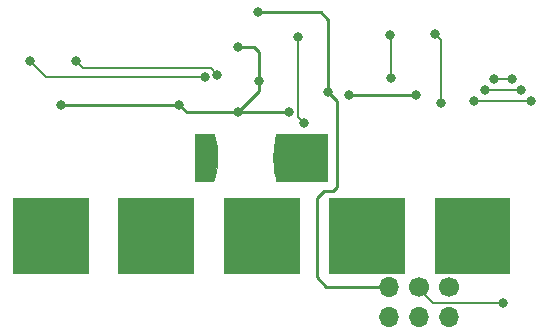
<source format=gtl>
G04 #@! TF.GenerationSoftware,KiCad,Pcbnew,(5.1.0)-1*
G04 #@! TF.CreationDate,2019-07-19T02:45:30-06:00*
G04 #@! TF.ProjectId,theremini,74686572-656d-4696-9e69-2e6b69636164,rev?*
G04 #@! TF.SameCoordinates,PX7b85180PY1758900*
G04 #@! TF.FileFunction,Copper,L1,Top*
G04 #@! TF.FilePolarity,Positive*
%FSLAX46Y46*%
G04 Gerber Fmt 4.6, Leading zero omitted, Abs format (unit mm)*
G04 Created by KiCad (PCBNEW (5.1.0)-1) date 2019-07-19 02:45:30*
%MOMM*%
%LPD*%
G04 APERTURE LIST*
%ADD10C,0.010000*%
%ADD11C,1.700000*%
%ADD12O,1.700000X1.700000*%
%ADD13C,0.800000*%
%ADD14C,0.254000*%
%ADD15C,0.177800*%
G04 APERTURE END LIST*
D10*
G36*
X30300321Y-16836390D02*
G01*
X26026091Y-16836390D01*
X25982181Y-16611401D01*
X25935318Y-16356217D01*
X25896792Y-16111884D01*
X25865889Y-15872116D01*
X25841890Y-15630628D01*
X25824081Y-15381134D01*
X25811744Y-15117348D01*
X25811652Y-15114788D01*
X25806714Y-14715567D01*
X25819986Y-14310123D01*
X25851141Y-13902471D01*
X25899855Y-13496629D01*
X25965801Y-13096612D01*
X25982236Y-13011567D01*
X26015324Y-12844810D01*
X30300321Y-12844810D01*
X30300321Y-16836390D01*
X30300321Y-16836390D01*
G37*
X30300321Y-16836390D02*
X26026091Y-16836390D01*
X25982181Y-16611401D01*
X25935318Y-16356217D01*
X25896792Y-16111884D01*
X25865889Y-15872116D01*
X25841890Y-15630628D01*
X25824081Y-15381134D01*
X25811744Y-15117348D01*
X25811652Y-15114788D01*
X25806714Y-14715567D01*
X25819986Y-14310123D01*
X25851141Y-13902471D01*
X25899855Y-13496629D01*
X25965801Y-13096612D01*
X25982236Y-13011567D01*
X26015324Y-12844810D01*
X30300321Y-12844810D01*
X30300321Y-16836390D01*
G36*
X20777183Y-12937453D02*
G01*
X20864038Y-13255499D01*
X20934009Y-13584287D01*
X20986966Y-13921613D01*
X21022783Y-14265274D01*
X21041332Y-14613066D01*
X21042485Y-14962784D01*
X21026114Y-15312226D01*
X20992092Y-15659187D01*
X20951179Y-15938836D01*
X20935465Y-16025333D01*
X20915825Y-16122927D01*
X20893211Y-16227663D01*
X20868573Y-16335588D01*
X20842861Y-16442747D01*
X20817027Y-16545185D01*
X20792021Y-16638947D01*
X20768793Y-16720079D01*
X20748295Y-16784625D01*
X20746874Y-16788745D01*
X20732164Y-16831096D01*
X19947088Y-16833811D01*
X19162013Y-16836526D01*
X19162013Y-12844810D01*
X20748893Y-12844810D01*
X20777183Y-12937453D01*
X20777183Y-12937453D01*
G37*
X20777183Y-12937453D02*
X20864038Y-13255499D01*
X20934009Y-13584287D01*
X20986966Y-13921613D01*
X21022783Y-14265274D01*
X21041332Y-14613066D01*
X21042485Y-14962784D01*
X21026114Y-15312226D01*
X20992092Y-15659187D01*
X20951179Y-15938836D01*
X20935465Y-16025333D01*
X20915825Y-16122927D01*
X20893211Y-16227663D01*
X20868573Y-16335588D01*
X20842861Y-16442747D01*
X20817027Y-16545185D01*
X20792021Y-16638947D01*
X20768793Y-16720079D01*
X20748295Y-16784625D01*
X20746874Y-16788745D01*
X20732164Y-16831096D01*
X19947088Y-16833811D01*
X19162013Y-16836526D01*
X19162013Y-12844810D01*
X20748893Y-12844810D01*
X20777183Y-12937453D01*
G36*
X45790191Y-24650146D02*
G01*
X39448132Y-24650146D01*
X39448132Y-18308087D01*
X45790191Y-18308087D01*
X45790191Y-24650146D01*
X45790191Y-24650146D01*
G37*
X45790191Y-24650146D02*
X39448132Y-24650146D01*
X39448132Y-18308087D01*
X45790191Y-18308087D01*
X45790191Y-24650146D01*
G36*
X36864722Y-24650146D02*
G01*
X30533251Y-24650146D01*
X30533251Y-18308087D01*
X36864722Y-18308087D01*
X36864722Y-24650146D01*
X36864722Y-24650146D01*
G37*
X36864722Y-24650146D02*
X30533251Y-24650146D01*
X30533251Y-18308087D01*
X36864722Y-18308087D01*
X36864722Y-24650146D01*
G36*
X27949841Y-24650146D02*
G01*
X21607782Y-24650146D01*
X21607782Y-18308087D01*
X27949841Y-18308087D01*
X27949841Y-24650146D01*
X27949841Y-24650146D01*
G37*
X27949841Y-24650146D02*
X21607782Y-24650146D01*
X21607782Y-18308087D01*
X27949841Y-18308087D01*
X27949841Y-24650146D01*
G36*
X19024372Y-24650146D02*
G01*
X12682313Y-24650146D01*
X12682313Y-18308087D01*
X19024372Y-18308087D01*
X19024372Y-24650146D01*
X19024372Y-24650146D01*
G37*
X19024372Y-24650146D02*
X12682313Y-24650146D01*
X12682313Y-18308087D01*
X19024372Y-18308087D01*
X19024372Y-24650146D01*
G36*
X10098903Y-24650146D02*
G01*
X3767432Y-24650146D01*
X3767432Y-18308087D01*
X10098903Y-18308087D01*
X10098903Y-24650146D01*
X10098903Y-24650146D01*
G37*
X10098903Y-24650146D02*
X3767432Y-24650146D01*
X3767432Y-18308087D01*
X10098903Y-18308087D01*
X10098903Y-24650146D01*
D11*
X40690000Y-25810000D03*
D12*
X40690000Y-28350000D03*
D11*
X38150000Y-25810000D03*
D12*
X38150000Y-28350000D03*
X35610000Y-25810000D03*
X35610000Y-28350000D03*
D13*
X37910000Y-9580000D03*
X32230000Y-9550000D03*
X22820000Y-5480000D03*
X24610000Y-8380000D03*
X22810000Y-11000000D03*
X27090000Y-10990000D03*
X17850000Y-10380000D03*
X7810000Y-10430000D03*
X30450000Y-9320000D03*
X24520000Y-2550000D03*
X21060000Y-7830000D03*
X9080000Y-6660000D03*
X5180000Y-6640000D03*
X20010000Y-8000000D03*
X45240000Y-27180000D03*
X46040000Y-8230000D03*
X44460000Y-8230000D03*
X27860000Y-4640000D03*
X28400000Y-11890000D03*
X35710000Y-4480000D03*
X35740000Y-8120000D03*
X39490000Y-4400000D03*
X39970000Y-10200000D03*
X47580000Y-10050000D03*
X42790000Y-10040000D03*
X46790000Y-9140000D03*
X43720000Y-9140000D03*
X5090000Y-20440000D03*
X16810000Y-19160000D03*
X24600000Y-19150000D03*
X32640000Y-19400000D03*
X44510000Y-19090000D03*
D14*
X37910000Y-9580000D02*
X32260000Y-9580000D01*
X32260000Y-9580000D02*
X32230000Y-9550000D01*
X22820000Y-5480000D02*
X24190000Y-5480000D01*
X24190000Y-5480000D02*
X24610000Y-5900000D01*
X24610000Y-5900000D02*
X24610000Y-8380000D01*
X24610000Y-8380000D02*
X24610000Y-9200000D01*
X24610000Y-9200000D02*
X22810000Y-11000000D01*
X22810000Y-11000000D02*
X27080000Y-11000000D01*
X27080000Y-11000000D02*
X27090000Y-10990000D01*
X22810000Y-11000000D02*
X18470000Y-11000000D01*
X18470000Y-11000000D02*
X17850000Y-10380000D01*
X17850000Y-10380000D02*
X7860000Y-10380000D01*
X7860000Y-10380000D02*
X7810000Y-10430000D01*
X35610000Y-25810000D02*
X30300000Y-25810000D01*
X30300000Y-25810000D02*
X29470000Y-24980000D01*
X29470000Y-24980000D02*
X29470000Y-18310000D01*
X29470000Y-18310000D02*
X30080000Y-17700000D01*
X30080000Y-17700000D02*
X30890000Y-17700000D01*
X30890000Y-17700000D02*
X31220000Y-17370000D01*
X31220000Y-17370000D02*
X31220000Y-10090000D01*
X31220000Y-10090000D02*
X30450000Y-9320000D01*
X30450000Y-9320000D02*
X30450000Y-3190000D01*
X30450000Y-3190000D02*
X29810000Y-2550000D01*
X29810000Y-2550000D02*
X24520000Y-2550000D01*
D15*
X21060000Y-7830000D02*
X20490000Y-7260000D01*
X20490000Y-7260000D02*
X9680000Y-7260000D01*
X9680000Y-7260000D02*
X9080000Y-6660000D01*
X6540000Y-8000000D02*
X5180000Y-6640000D01*
X20010000Y-8000000D02*
X6540000Y-8000000D01*
X38150000Y-25810000D02*
X38150000Y-25950000D01*
X38150000Y-25810000D02*
X38150000Y-25960000D01*
X38150000Y-25960000D02*
X39320000Y-27130000D01*
X39320000Y-27130000D02*
X45190000Y-27130000D01*
X45190000Y-27130000D02*
X45240000Y-27180000D01*
X46040000Y-8230000D02*
X44460000Y-8230000D01*
X27860000Y-4640000D02*
X27860000Y-11380000D01*
X27860000Y-11380000D02*
X27890000Y-11380000D01*
X27890000Y-11380000D02*
X28400000Y-11890000D01*
X35710000Y-4480000D02*
X35740000Y-4510000D01*
X35740000Y-4510000D02*
X35740000Y-8120000D01*
X39490000Y-4400000D02*
X39970000Y-4880000D01*
X39970000Y-4880000D02*
X39970000Y-10200000D01*
X47580000Y-10050000D02*
X42800000Y-10050000D01*
X42800000Y-10050000D02*
X42790000Y-10040000D01*
X46790000Y-9140000D02*
X43810000Y-9140000D01*
X43810000Y-9140000D02*
X43720000Y-9140000D01*
M02*

</source>
